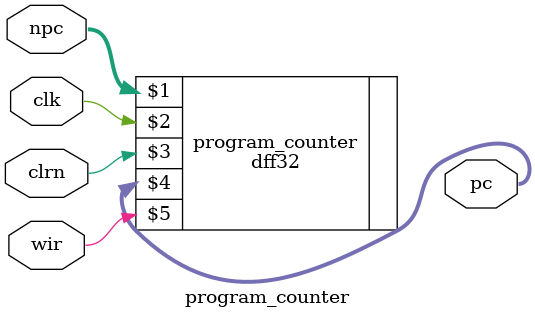
<source format=v>
`timescale 1ns / 1ps
module program_counter(clk,clrn,npc,pc,wir
	);
	input wir;
	input clk, clrn;
	input [31:0] npc;		//ÊäÈëÏÂÒ»ÌâÖ¸ÁîµØÖ·
	output [31:0] pc;		//Êä³öÖ¸ÁîµØÖ·
	
	dff32 program_counter(npc,clk,clrn,pc,wir);   //ÀûÓÃ32Î»µÄD´¥·¢Æ÷ÊµÏÖPC
	
endmodule

</source>
